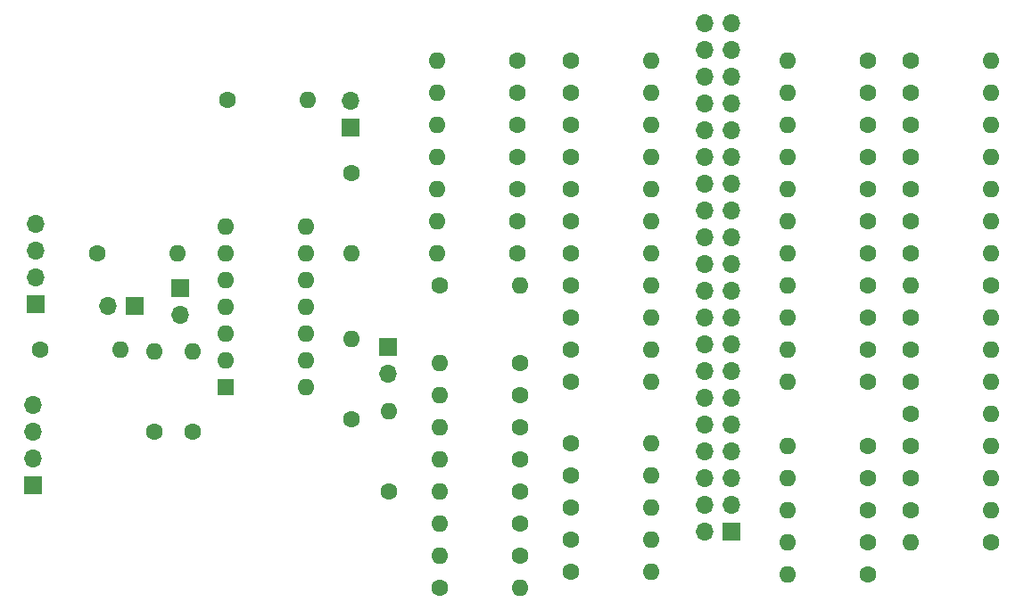
<source format=gbr>
%TF.GenerationSoftware,KiCad,Pcbnew,5.1.10*%
%TF.CreationDate,2021-12-13T16:46:35-05:00*%
%TF.ProjectId,DACBoard,44414342-6f61-4726-942e-6b696361645f,rev?*%
%TF.SameCoordinates,Original*%
%TF.FileFunction,Soldermask,Bot*%
%TF.FilePolarity,Negative*%
%FSLAX46Y46*%
G04 Gerber Fmt 4.6, Leading zero omitted, Abs format (unit mm)*
G04 Created by KiCad (PCBNEW 5.1.10) date 2021-12-13 16:46:35*
%MOMM*%
%LPD*%
G01*
G04 APERTURE LIST*
%ADD10O,1.700000X1.700000*%
%ADD11R,1.700000X1.700000*%
%ADD12C,1.600000*%
%ADD13O,1.600000X1.600000*%
%ADD14R,1.600000X1.600000*%
G04 APERTURE END LIST*
D10*
%TO.C,J1*%
X47498000Y-75565000D03*
D11*
X50038000Y-75565000D03*
%TD*%
%TO.C,J3*%
X54356000Y-73914000D03*
D10*
X54356000Y-76454000D03*
%TD*%
%TO.C,J4*%
X70485000Y-56134000D03*
D11*
X70485000Y-58674000D03*
%TD*%
%TO.C,J5*%
X74041000Y-79502000D03*
D10*
X74041000Y-82042000D03*
%TD*%
D11*
%TO.C,J6*%
X40386000Y-92583000D03*
D10*
X40386000Y-90043000D03*
X40386000Y-87503000D03*
X40386000Y-84963000D03*
%TD*%
%TO.C,J7*%
X40640000Y-67818000D03*
X40640000Y-70358000D03*
X40640000Y-72898000D03*
D11*
X40640000Y-75438000D03*
%TD*%
D12*
%TO.C,R1*%
X131318000Y-98044000D03*
D13*
X123698000Y-98044000D03*
%TD*%
%TO.C,R2*%
X131318000Y-94996000D03*
D12*
X123698000Y-94996000D03*
%TD*%
D13*
%TO.C,R3*%
X131318000Y-91948000D03*
D12*
X123698000Y-91948000D03*
%TD*%
%TO.C,R4*%
X123698000Y-88900000D03*
D13*
X131318000Y-88900000D03*
%TD*%
%TO.C,R5*%
X131318000Y-85852000D03*
D12*
X123698000Y-85852000D03*
%TD*%
%TO.C,R6*%
X123698000Y-82804000D03*
D13*
X131318000Y-82804000D03*
%TD*%
%TO.C,R7*%
X131318000Y-79756000D03*
D12*
X123698000Y-79756000D03*
%TD*%
%TO.C,R8*%
X123698000Y-76708000D03*
D13*
X131318000Y-76708000D03*
%TD*%
D12*
%TO.C,R9*%
X119634000Y-101092000D03*
D13*
X112014000Y-101092000D03*
%TD*%
D12*
%TO.C,R10*%
X119634000Y-98044000D03*
D13*
X112014000Y-98044000D03*
%TD*%
%TO.C,R11*%
X112014000Y-94996000D03*
D12*
X119634000Y-94996000D03*
%TD*%
%TO.C,R12*%
X119634000Y-91948000D03*
D13*
X112014000Y-91948000D03*
%TD*%
%TO.C,R13*%
X112014000Y-88900000D03*
D12*
X119634000Y-88900000D03*
%TD*%
%TO.C,R14*%
X119634000Y-82804000D03*
D13*
X112014000Y-82804000D03*
%TD*%
%TO.C,R15*%
X112014000Y-79756000D03*
D12*
X119634000Y-79756000D03*
%TD*%
D13*
%TO.C,R16*%
X112014000Y-76708000D03*
D12*
X119634000Y-76708000D03*
%TD*%
D13*
%TO.C,R17*%
X51879500Y-79883000D03*
D12*
X51879500Y-87503000D03*
%TD*%
%TO.C,R18*%
X41021000Y-79756000D03*
D13*
X48641000Y-79756000D03*
%TD*%
D12*
%TO.C,R19*%
X78994000Y-102362000D03*
D13*
X86614000Y-102362000D03*
%TD*%
%TO.C,R20*%
X78994000Y-99314000D03*
D12*
X86614000Y-99314000D03*
%TD*%
%TO.C,R21*%
X86614000Y-96266000D03*
D13*
X78994000Y-96266000D03*
%TD*%
%TO.C,R22*%
X78994000Y-93218000D03*
D12*
X86614000Y-93218000D03*
%TD*%
D13*
%TO.C,R23*%
X78994000Y-90170000D03*
D12*
X86614000Y-90170000D03*
%TD*%
%TO.C,R24*%
X86614000Y-87122000D03*
D13*
X78994000Y-87122000D03*
%TD*%
D12*
%TO.C,R25*%
X86614000Y-84074000D03*
D13*
X78994000Y-84074000D03*
%TD*%
%TO.C,R26*%
X78994000Y-81026000D03*
D12*
X86614000Y-81026000D03*
%TD*%
D13*
%TO.C,R27*%
X99060000Y-100838000D03*
D12*
X91440000Y-100838000D03*
%TD*%
D13*
%TO.C,R28*%
X99060000Y-97790000D03*
D12*
X91440000Y-97790000D03*
%TD*%
%TO.C,R29*%
X91440000Y-94742000D03*
D13*
X99060000Y-94742000D03*
%TD*%
%TO.C,R30*%
X99060000Y-91694000D03*
D12*
X91440000Y-91694000D03*
%TD*%
%TO.C,R31*%
X91440000Y-88646000D03*
D13*
X99060000Y-88646000D03*
%TD*%
%TO.C,R32*%
X99060000Y-82804000D03*
D12*
X91440000Y-82804000D03*
%TD*%
%TO.C,R33*%
X91440000Y-79756000D03*
D13*
X99060000Y-79756000D03*
%TD*%
%TO.C,R34*%
X99060000Y-76708000D03*
D12*
X91440000Y-76708000D03*
%TD*%
D13*
%TO.C,R35*%
X54102000Y-70612000D03*
D12*
X46482000Y-70612000D03*
%TD*%
%TO.C,R36*%
X55499000Y-87503000D03*
D13*
X55499000Y-79883000D03*
%TD*%
%TO.C,R37*%
X123698000Y-73660000D03*
D12*
X131318000Y-73660000D03*
%TD*%
%TO.C,R38*%
X123698000Y-70612000D03*
D13*
X131318000Y-70612000D03*
%TD*%
D12*
%TO.C,R39*%
X123698000Y-67564000D03*
D13*
X131318000Y-67564000D03*
%TD*%
%TO.C,R40*%
X131318000Y-64516000D03*
D12*
X123698000Y-64516000D03*
%TD*%
%TO.C,R41*%
X123698000Y-61468000D03*
D13*
X131318000Y-61468000D03*
%TD*%
%TO.C,R42*%
X131318000Y-58420000D03*
D12*
X123698000Y-58420000D03*
%TD*%
%TO.C,R43*%
X123698000Y-55372000D03*
D13*
X131318000Y-55372000D03*
%TD*%
%TO.C,R44*%
X131318000Y-52324000D03*
D12*
X123698000Y-52324000D03*
%TD*%
%TO.C,R45*%
X119634000Y-73660000D03*
D13*
X112014000Y-73660000D03*
%TD*%
D12*
%TO.C,R46*%
X119634000Y-70612000D03*
D13*
X112014000Y-70612000D03*
%TD*%
D12*
%TO.C,R47*%
X119634000Y-67564000D03*
D13*
X112014000Y-67564000D03*
%TD*%
%TO.C,R48*%
X112014000Y-64516000D03*
D12*
X119634000Y-64516000D03*
%TD*%
%TO.C,R49*%
X119634000Y-61468000D03*
D13*
X112014000Y-61468000D03*
%TD*%
%TO.C,R50*%
X112014000Y-58420000D03*
D12*
X119634000Y-58420000D03*
%TD*%
%TO.C,R51*%
X119634000Y-55372000D03*
D13*
X112014000Y-55372000D03*
%TD*%
%TO.C,R52*%
X112014000Y-52324000D03*
D12*
X119634000Y-52324000D03*
%TD*%
D13*
%TO.C,R53*%
X70612000Y-70612000D03*
D12*
X70612000Y-62992000D03*
%TD*%
%TO.C,R54*%
X58801000Y-56007000D03*
D13*
X66421000Y-56007000D03*
%TD*%
%TO.C,R55*%
X86614000Y-73660000D03*
D12*
X78994000Y-73660000D03*
%TD*%
%TO.C,R56*%
X86360000Y-70612000D03*
D13*
X78740000Y-70612000D03*
%TD*%
%TO.C,R57*%
X78740000Y-67564000D03*
D12*
X86360000Y-67564000D03*
%TD*%
%TO.C,R58*%
X86360000Y-64516000D03*
D13*
X78740000Y-64516000D03*
%TD*%
%TO.C,R59*%
X78740000Y-61468000D03*
D12*
X86360000Y-61468000D03*
%TD*%
%TO.C,R60*%
X86360000Y-58420000D03*
D13*
X78740000Y-58420000D03*
%TD*%
%TO.C,R61*%
X78740000Y-55372000D03*
D12*
X86360000Y-55372000D03*
%TD*%
D13*
%TO.C,R62*%
X78740000Y-52324000D03*
D12*
X86360000Y-52324000D03*
%TD*%
%TO.C,R63*%
X91440000Y-73660000D03*
D13*
X99060000Y-73660000D03*
%TD*%
%TO.C,R64*%
X99060000Y-70612000D03*
D12*
X91440000Y-70612000D03*
%TD*%
%TO.C,R65*%
X91440000Y-67564000D03*
D13*
X99060000Y-67564000D03*
%TD*%
%TO.C,R66*%
X99060000Y-64516000D03*
D12*
X91440000Y-64516000D03*
%TD*%
%TO.C,R67*%
X91440000Y-61468000D03*
D13*
X99060000Y-61468000D03*
%TD*%
D12*
%TO.C,R68*%
X91440000Y-58420000D03*
D13*
X99060000Y-58420000D03*
%TD*%
%TO.C,R69*%
X99060000Y-55372000D03*
D12*
X91440000Y-55372000D03*
%TD*%
%TO.C,R70*%
X91440000Y-52324000D03*
D13*
X99060000Y-52324000D03*
%TD*%
%TO.C,R71*%
X70612000Y-78740000D03*
D12*
X70612000Y-86360000D03*
%TD*%
%TO.C,R72*%
X74168000Y-93218000D03*
D13*
X74168000Y-85598000D03*
%TD*%
D14*
%TO.C,U1*%
X58674000Y-83312000D03*
D13*
X66294000Y-68072000D03*
X58674000Y-80772000D03*
X66294000Y-70612000D03*
X58674000Y-78232000D03*
X66294000Y-73152000D03*
X58674000Y-75692000D03*
X66294000Y-75692000D03*
X58674000Y-73152000D03*
X66294000Y-78232000D03*
X58674000Y-70612000D03*
X66294000Y-80772000D03*
X58674000Y-68072000D03*
X66294000Y-83312000D03*
%TD*%
D11*
%TO.C,J2*%
X106680000Y-97028000D03*
D10*
X104140000Y-97028000D03*
X106680000Y-94488000D03*
X104140000Y-94488000D03*
X106680000Y-91948000D03*
X104140000Y-91948000D03*
X106680000Y-89408000D03*
X104140000Y-89408000D03*
X106680000Y-86868000D03*
X104140000Y-86868000D03*
X106680000Y-84328000D03*
X104140000Y-84328000D03*
X106680000Y-81788000D03*
X104140000Y-81788000D03*
X106680000Y-79248000D03*
X104140000Y-79248000D03*
X106680000Y-76708000D03*
X104140000Y-76708000D03*
X106680000Y-74168000D03*
X104140000Y-74168000D03*
X106680000Y-71628000D03*
X104140000Y-71628000D03*
X106680000Y-69088000D03*
X104140000Y-69088000D03*
X106680000Y-66548000D03*
X104140000Y-66548000D03*
X106680000Y-64008000D03*
X104140000Y-64008000D03*
X106680000Y-61468000D03*
X104140000Y-61468000D03*
X106680000Y-58928000D03*
X104140000Y-58928000D03*
X106680000Y-56388000D03*
X104140000Y-56388000D03*
X106680000Y-53848000D03*
X104140000Y-53848000D03*
X106680000Y-51308000D03*
X104140000Y-51308000D03*
X106680000Y-48768000D03*
X104140000Y-48768000D03*
%TD*%
M02*

</source>
